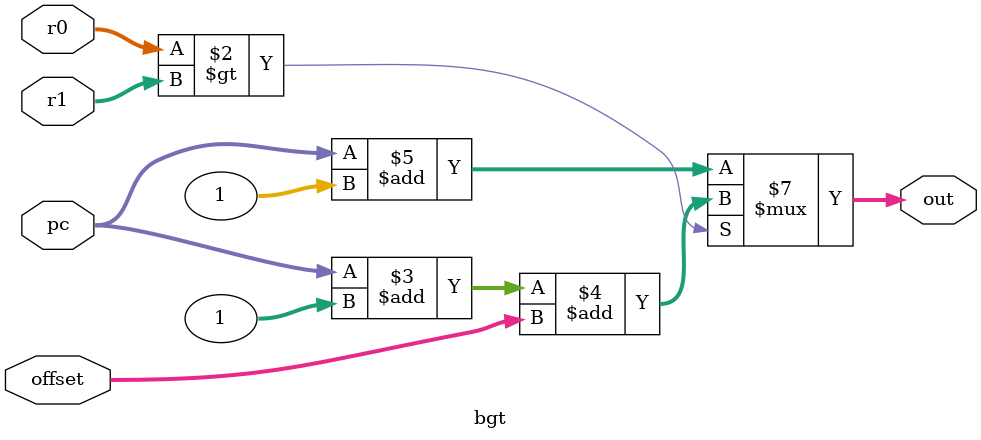
<source format=v>
module bgt(
    input [31:0] r0,
    input [31:0] r1,
    input [31:0] offset,
    input [31:0] pc,
    output reg [31:0] out
);

always @* begin
    if(r0 > r1) begin
        out = pc + 1 + offset;
    end else begin
        out = pc + 1;
    end
end
endmodule 
</source>
